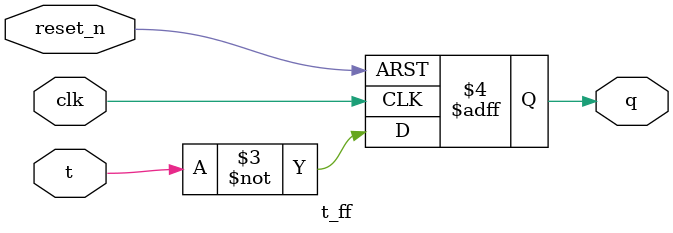
<source format=v>
`timescale 1ns / 1ps


module t_ff(
    output reg q,
    input t,
    input reset_n,
    input clk
    );
    always@(posedge clk or negedge reset_n)
    begin
    if(!reset_n)
    begin
    q<=0;
    end
    else
    begin
    q<=~t;
    end
    end
endmodule

</source>
